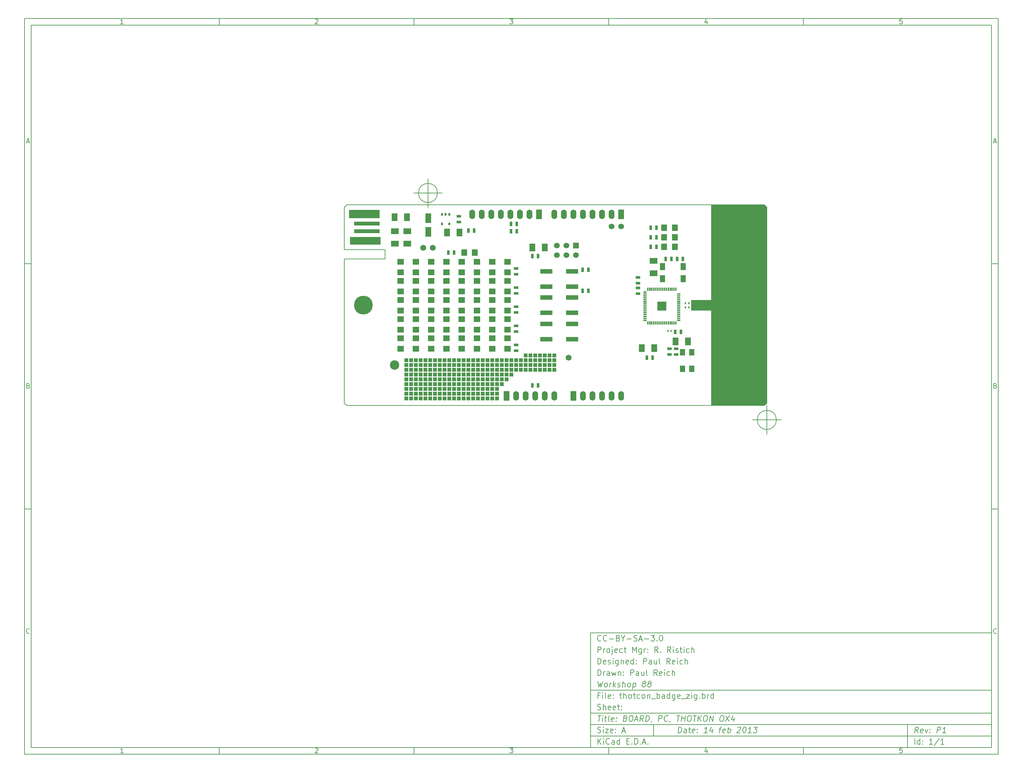
<source format=gts>
G04 (created by PCBNEW (2012-11-15 BZR 3804)-stable) date Thu 14 Feb 2013 01:13:19 CST*
%MOIN*%
G04 Gerber Fmt 3.4, Leading zero omitted, Abs format*
%FSLAX34Y34*%
G01*
G70*
G90*
G04 APERTURE LIST*
%ADD10C,0.006*%
%ADD11C,0.00590551*%
%ADD12C,0.062*%
%ADD13R,0.04X0.04*%
%ADD14R,0.063X0.1024*%
%ADD15R,0.0629X0.0709*%
%ADD16C,0.1969*%
%ADD17C,0.06*%
%ADD18R,0.06X0.1*%
%ADD19O,0.06X0.1*%
%ADD20R,0.13X0.05*%
%ADD21R,0.0551X0.0709*%
%ADD22R,0.052X0.075*%
%ADD23R,0.02X0.03*%
%ADD24R,0.06X0.08*%
%ADD25R,0.08X0.06*%
%ADD26R,0.045X0.025*%
%ADD27R,0.025X0.045*%
%ADD28R,0.0157X0.0236*%
%ADD29R,0.06X0.06*%
%ADD30R,0.0709X0.0629*%
%ADD31R,0.32X0.09*%
%ADD32R,0.27X0.04*%
%ADD33R,0.32X0.08*%
%ADD34C,0.0985*%
%ADD35R,0.0146299X0.0374*%
%ADD36R,0.0374X0.0146299*%
%ADD37R,0.0944252X0.0944252*%
%ADD38C,0.002*%
G04 APERTURE END LIST*
G54D10*
X-38750Y36250D02*
X63250Y36250D01*
X63250Y-40750D01*
X-38750Y-40750D01*
X-38750Y36250D01*
X-38050Y35550D02*
X62550Y35550D01*
X62550Y-40050D01*
X-38050Y-40050D01*
X-38050Y35550D01*
X-18350Y36250D02*
X-18350Y35550D01*
X-28407Y35697D02*
X-28692Y35697D01*
X-28550Y35697D02*
X-28550Y36197D01*
X-28597Y36126D01*
X-28645Y36078D01*
X-28692Y36054D01*
X-18350Y-40750D02*
X-18350Y-40050D01*
X-28407Y-40602D02*
X-28692Y-40602D01*
X-28550Y-40602D02*
X-28550Y-40102D01*
X-28597Y-40173D01*
X-28645Y-40221D01*
X-28692Y-40245D01*
X2050Y36250D02*
X2050Y35550D01*
X-8292Y36150D02*
X-8269Y36173D01*
X-8221Y36197D01*
X-8102Y36197D01*
X-8054Y36173D01*
X-8030Y36150D01*
X-8007Y36102D01*
X-8007Y36054D01*
X-8030Y35983D01*
X-8316Y35697D01*
X-8007Y35697D01*
X2050Y-40750D02*
X2050Y-40050D01*
X-8292Y-40150D02*
X-8269Y-40126D01*
X-8221Y-40102D01*
X-8102Y-40102D01*
X-8054Y-40126D01*
X-8030Y-40150D01*
X-8007Y-40197D01*
X-8007Y-40245D01*
X-8030Y-40316D01*
X-8316Y-40602D01*
X-8007Y-40602D01*
X22450Y36250D02*
X22450Y35550D01*
X12083Y36197D02*
X12392Y36197D01*
X12226Y36007D01*
X12297Y36007D01*
X12345Y35983D01*
X12369Y35959D01*
X12392Y35911D01*
X12392Y35792D01*
X12369Y35745D01*
X12345Y35721D01*
X12297Y35697D01*
X12154Y35697D01*
X12107Y35721D01*
X12083Y35745D01*
X22450Y-40750D02*
X22450Y-40050D01*
X12083Y-40102D02*
X12392Y-40102D01*
X12226Y-40292D01*
X12297Y-40292D01*
X12345Y-40316D01*
X12369Y-40340D01*
X12392Y-40388D01*
X12392Y-40507D01*
X12369Y-40554D01*
X12345Y-40578D01*
X12297Y-40602D01*
X12154Y-40602D01*
X12107Y-40578D01*
X12083Y-40554D01*
X42850Y36250D02*
X42850Y35550D01*
X32745Y36030D02*
X32745Y35697D01*
X32626Y36221D02*
X32507Y35864D01*
X32816Y35864D01*
X42850Y-40750D02*
X42850Y-40050D01*
X32745Y-40269D02*
X32745Y-40602D01*
X32626Y-40078D02*
X32507Y-40435D01*
X32816Y-40435D01*
X53169Y36197D02*
X52930Y36197D01*
X52907Y35959D01*
X52930Y35983D01*
X52978Y36007D01*
X53097Y36007D01*
X53145Y35983D01*
X53169Y35959D01*
X53192Y35911D01*
X53192Y35792D01*
X53169Y35745D01*
X53145Y35721D01*
X53097Y35697D01*
X52978Y35697D01*
X52930Y35721D01*
X52907Y35745D01*
X53169Y-40102D02*
X52930Y-40102D01*
X52907Y-40340D01*
X52930Y-40316D01*
X52978Y-40292D01*
X53097Y-40292D01*
X53145Y-40316D01*
X53169Y-40340D01*
X53192Y-40388D01*
X53192Y-40507D01*
X53169Y-40554D01*
X53145Y-40578D01*
X53097Y-40602D01*
X52978Y-40602D01*
X52930Y-40578D01*
X52907Y-40554D01*
X-38750Y10590D02*
X-38050Y10590D01*
X-38519Y23360D02*
X-38280Y23360D01*
X-38566Y23217D02*
X-38399Y23717D01*
X-38233Y23217D01*
X63250Y10590D02*
X62550Y10590D01*
X62780Y23360D02*
X63019Y23360D01*
X62733Y23217D02*
X62900Y23717D01*
X63066Y23217D01*
X-38750Y-15070D02*
X-38050Y-15070D01*
X-38364Y-2180D02*
X-38292Y-2204D01*
X-38269Y-2228D01*
X-38245Y-2275D01*
X-38245Y-2347D01*
X-38269Y-2394D01*
X-38292Y-2418D01*
X-38340Y-2442D01*
X-38530Y-2442D01*
X-38530Y-1942D01*
X-38364Y-1942D01*
X-38316Y-1966D01*
X-38292Y-1990D01*
X-38269Y-2037D01*
X-38269Y-2085D01*
X-38292Y-2132D01*
X-38316Y-2156D01*
X-38364Y-2180D01*
X-38530Y-2180D01*
X63250Y-15070D02*
X62550Y-15070D01*
X62935Y-2180D02*
X63007Y-2204D01*
X63030Y-2228D01*
X63054Y-2275D01*
X63054Y-2347D01*
X63030Y-2394D01*
X63007Y-2418D01*
X62959Y-2442D01*
X62769Y-2442D01*
X62769Y-1942D01*
X62935Y-1942D01*
X62983Y-1966D01*
X63007Y-1990D01*
X63030Y-2037D01*
X63030Y-2085D01*
X63007Y-2132D01*
X62983Y-2156D01*
X62935Y-2180D01*
X62769Y-2180D01*
X-38245Y-28054D02*
X-38269Y-28078D01*
X-38340Y-28102D01*
X-38388Y-28102D01*
X-38459Y-28078D01*
X-38507Y-28030D01*
X-38530Y-27983D01*
X-38554Y-27888D01*
X-38554Y-27816D01*
X-38530Y-27721D01*
X-38507Y-27673D01*
X-38459Y-27626D01*
X-38388Y-27602D01*
X-38340Y-27602D01*
X-38269Y-27626D01*
X-38245Y-27650D01*
X63054Y-28054D02*
X63030Y-28078D01*
X62959Y-28102D01*
X62911Y-28102D01*
X62840Y-28078D01*
X62792Y-28030D01*
X62769Y-27983D01*
X62745Y-27888D01*
X62745Y-27816D01*
X62769Y-27721D01*
X62792Y-27673D01*
X62840Y-27626D01*
X62911Y-27602D01*
X62959Y-27602D01*
X63030Y-27626D01*
X63054Y-27650D01*
X29700Y-38492D02*
X29775Y-37892D01*
X29917Y-37892D01*
X30000Y-37921D01*
X30050Y-37978D01*
X30071Y-38035D01*
X30085Y-38150D01*
X30075Y-38235D01*
X30032Y-38350D01*
X29996Y-38407D01*
X29932Y-38464D01*
X29842Y-38492D01*
X29700Y-38492D01*
X30557Y-38492D02*
X30596Y-38178D01*
X30575Y-38121D01*
X30521Y-38092D01*
X30407Y-38092D01*
X30346Y-38121D01*
X30560Y-38464D02*
X30500Y-38492D01*
X30357Y-38492D01*
X30303Y-38464D01*
X30282Y-38407D01*
X30289Y-38350D01*
X30325Y-38292D01*
X30385Y-38264D01*
X30528Y-38264D01*
X30589Y-38235D01*
X30807Y-38092D02*
X31035Y-38092D01*
X30917Y-37892D02*
X30853Y-38407D01*
X30875Y-38464D01*
X30928Y-38492D01*
X30985Y-38492D01*
X31417Y-38464D02*
X31357Y-38492D01*
X31242Y-38492D01*
X31189Y-38464D01*
X31167Y-38407D01*
X31196Y-38178D01*
X31232Y-38121D01*
X31292Y-38092D01*
X31407Y-38092D01*
X31460Y-38121D01*
X31482Y-38178D01*
X31475Y-38235D01*
X31182Y-38292D01*
X31707Y-38435D02*
X31732Y-38464D01*
X31700Y-38492D01*
X31675Y-38464D01*
X31707Y-38435D01*
X31700Y-38492D01*
X31746Y-38121D02*
X31771Y-38150D01*
X31739Y-38178D01*
X31714Y-38150D01*
X31746Y-38121D01*
X31739Y-38178D01*
X32757Y-38492D02*
X32414Y-38492D01*
X32585Y-38492D02*
X32660Y-37892D01*
X32592Y-37978D01*
X32528Y-38035D01*
X32467Y-38064D01*
X33321Y-38092D02*
X33271Y-38492D01*
X33207Y-37864D02*
X33010Y-38292D01*
X33382Y-38292D01*
X34007Y-38092D02*
X34235Y-38092D01*
X34042Y-38492D02*
X34107Y-37978D01*
X34142Y-37921D01*
X34203Y-37892D01*
X34260Y-37892D01*
X34617Y-38464D02*
X34557Y-38492D01*
X34442Y-38492D01*
X34389Y-38464D01*
X34367Y-38407D01*
X34396Y-38178D01*
X34432Y-38121D01*
X34492Y-38092D01*
X34607Y-38092D01*
X34660Y-38121D01*
X34682Y-38178D01*
X34675Y-38235D01*
X34382Y-38292D01*
X34900Y-38492D02*
X34975Y-37892D01*
X34946Y-38121D02*
X35007Y-38092D01*
X35121Y-38092D01*
X35175Y-38121D01*
X35200Y-38150D01*
X35221Y-38207D01*
X35200Y-38378D01*
X35164Y-38435D01*
X35132Y-38464D01*
X35071Y-38492D01*
X34957Y-38492D01*
X34903Y-38464D01*
X35939Y-37950D02*
X35971Y-37921D01*
X36032Y-37892D01*
X36175Y-37892D01*
X36228Y-37921D01*
X36253Y-37950D01*
X36275Y-38007D01*
X36267Y-38064D01*
X36228Y-38150D01*
X35842Y-38492D01*
X36214Y-38492D01*
X36660Y-37892D02*
X36717Y-37892D01*
X36771Y-37921D01*
X36796Y-37950D01*
X36817Y-38007D01*
X36832Y-38121D01*
X36814Y-38264D01*
X36771Y-38378D01*
X36735Y-38435D01*
X36703Y-38464D01*
X36642Y-38492D01*
X36585Y-38492D01*
X36532Y-38464D01*
X36507Y-38435D01*
X36485Y-38378D01*
X36471Y-38264D01*
X36489Y-38121D01*
X36532Y-38007D01*
X36567Y-37950D01*
X36600Y-37921D01*
X36660Y-37892D01*
X37357Y-38492D02*
X37014Y-38492D01*
X37185Y-38492D02*
X37260Y-37892D01*
X37192Y-37978D01*
X37128Y-38035D01*
X37067Y-38064D01*
X37632Y-37892D02*
X38003Y-37892D01*
X37775Y-38121D01*
X37860Y-38121D01*
X37914Y-38150D01*
X37939Y-38178D01*
X37960Y-38235D01*
X37942Y-38378D01*
X37907Y-38435D01*
X37875Y-38464D01*
X37814Y-38492D01*
X37642Y-38492D01*
X37589Y-38464D01*
X37564Y-38435D01*
X21292Y-39692D02*
X21292Y-39092D01*
X21635Y-39692D02*
X21378Y-39350D01*
X21635Y-39092D02*
X21292Y-39435D01*
X21892Y-39692D02*
X21892Y-39292D01*
X21892Y-39092D02*
X21864Y-39121D01*
X21892Y-39150D01*
X21921Y-39121D01*
X21892Y-39092D01*
X21892Y-39150D01*
X22521Y-39635D02*
X22492Y-39664D01*
X22407Y-39692D01*
X22350Y-39692D01*
X22264Y-39664D01*
X22207Y-39607D01*
X22178Y-39550D01*
X22150Y-39435D01*
X22150Y-39350D01*
X22178Y-39235D01*
X22207Y-39178D01*
X22264Y-39121D01*
X22350Y-39092D01*
X22407Y-39092D01*
X22492Y-39121D01*
X22521Y-39150D01*
X23035Y-39692D02*
X23035Y-39378D01*
X23007Y-39321D01*
X22950Y-39292D01*
X22835Y-39292D01*
X22778Y-39321D01*
X23035Y-39664D02*
X22978Y-39692D01*
X22835Y-39692D01*
X22778Y-39664D01*
X22750Y-39607D01*
X22750Y-39550D01*
X22778Y-39492D01*
X22835Y-39464D01*
X22978Y-39464D01*
X23035Y-39435D01*
X23578Y-39692D02*
X23578Y-39092D01*
X23578Y-39664D02*
X23521Y-39692D01*
X23407Y-39692D01*
X23350Y-39664D01*
X23321Y-39635D01*
X23292Y-39578D01*
X23292Y-39407D01*
X23321Y-39350D01*
X23350Y-39321D01*
X23407Y-39292D01*
X23521Y-39292D01*
X23578Y-39321D01*
X24321Y-39378D02*
X24521Y-39378D01*
X24607Y-39692D02*
X24321Y-39692D01*
X24321Y-39092D01*
X24607Y-39092D01*
X24864Y-39635D02*
X24892Y-39664D01*
X24864Y-39692D01*
X24835Y-39664D01*
X24864Y-39635D01*
X24864Y-39692D01*
X25149Y-39692D02*
X25149Y-39092D01*
X25292Y-39092D01*
X25378Y-39121D01*
X25435Y-39178D01*
X25464Y-39235D01*
X25492Y-39350D01*
X25492Y-39435D01*
X25464Y-39550D01*
X25435Y-39607D01*
X25378Y-39664D01*
X25292Y-39692D01*
X25149Y-39692D01*
X25749Y-39635D02*
X25778Y-39664D01*
X25749Y-39692D01*
X25721Y-39664D01*
X25749Y-39635D01*
X25749Y-39692D01*
X26007Y-39521D02*
X26292Y-39521D01*
X25949Y-39692D02*
X26149Y-39092D01*
X26349Y-39692D01*
X26549Y-39635D02*
X26578Y-39664D01*
X26549Y-39692D01*
X26521Y-39664D01*
X26549Y-39635D01*
X26549Y-39692D01*
X54842Y-38492D02*
X54678Y-38207D01*
X54500Y-38492D02*
X54575Y-37892D01*
X54803Y-37892D01*
X54857Y-37921D01*
X54882Y-37950D01*
X54903Y-38007D01*
X54892Y-38092D01*
X54857Y-38150D01*
X54825Y-38178D01*
X54764Y-38207D01*
X54535Y-38207D01*
X55332Y-38464D02*
X55271Y-38492D01*
X55157Y-38492D01*
X55103Y-38464D01*
X55082Y-38407D01*
X55110Y-38178D01*
X55146Y-38121D01*
X55207Y-38092D01*
X55321Y-38092D01*
X55375Y-38121D01*
X55396Y-38178D01*
X55389Y-38235D01*
X55096Y-38292D01*
X55607Y-38092D02*
X55700Y-38492D01*
X55892Y-38092D01*
X56078Y-38435D02*
X56103Y-38464D01*
X56071Y-38492D01*
X56046Y-38464D01*
X56078Y-38435D01*
X56071Y-38492D01*
X56117Y-38121D02*
X56142Y-38150D01*
X56110Y-38178D01*
X56085Y-38150D01*
X56117Y-38121D01*
X56110Y-38178D01*
X56814Y-38492D02*
X56889Y-37892D01*
X57117Y-37892D01*
X57171Y-37921D01*
X57196Y-37950D01*
X57217Y-38007D01*
X57207Y-38092D01*
X57171Y-38150D01*
X57139Y-38178D01*
X57078Y-38207D01*
X56850Y-38207D01*
X57728Y-38492D02*
X57385Y-38492D01*
X57557Y-38492D02*
X57632Y-37892D01*
X57564Y-37978D01*
X57500Y-38035D01*
X57439Y-38064D01*
X21264Y-38464D02*
X21350Y-38492D01*
X21492Y-38492D01*
X21550Y-38464D01*
X21578Y-38435D01*
X21607Y-38378D01*
X21607Y-38321D01*
X21578Y-38264D01*
X21550Y-38235D01*
X21492Y-38207D01*
X21378Y-38178D01*
X21321Y-38150D01*
X21292Y-38121D01*
X21264Y-38064D01*
X21264Y-38007D01*
X21292Y-37950D01*
X21321Y-37921D01*
X21378Y-37892D01*
X21521Y-37892D01*
X21607Y-37921D01*
X21864Y-38492D02*
X21864Y-38092D01*
X21864Y-37892D02*
X21835Y-37921D01*
X21864Y-37950D01*
X21892Y-37921D01*
X21864Y-37892D01*
X21864Y-37950D01*
X22092Y-38092D02*
X22407Y-38092D01*
X22092Y-38492D01*
X22407Y-38492D01*
X22864Y-38464D02*
X22807Y-38492D01*
X22692Y-38492D01*
X22635Y-38464D01*
X22607Y-38407D01*
X22607Y-38178D01*
X22635Y-38121D01*
X22692Y-38092D01*
X22807Y-38092D01*
X22864Y-38121D01*
X22892Y-38178D01*
X22892Y-38235D01*
X22607Y-38292D01*
X23150Y-38435D02*
X23178Y-38464D01*
X23150Y-38492D01*
X23121Y-38464D01*
X23150Y-38435D01*
X23150Y-38492D01*
X23150Y-38121D02*
X23178Y-38150D01*
X23150Y-38178D01*
X23121Y-38150D01*
X23150Y-38121D01*
X23150Y-38178D01*
X23864Y-38321D02*
X24150Y-38321D01*
X23807Y-38492D02*
X24007Y-37892D01*
X24207Y-38492D01*
X54492Y-39692D02*
X54492Y-39092D01*
X55035Y-39692D02*
X55035Y-39092D01*
X55035Y-39664D02*
X54978Y-39692D01*
X54864Y-39692D01*
X54807Y-39664D01*
X54778Y-39635D01*
X54750Y-39578D01*
X54750Y-39407D01*
X54778Y-39350D01*
X54807Y-39321D01*
X54864Y-39292D01*
X54978Y-39292D01*
X55035Y-39321D01*
X55321Y-39635D02*
X55350Y-39664D01*
X55321Y-39692D01*
X55292Y-39664D01*
X55321Y-39635D01*
X55321Y-39692D01*
X55321Y-39321D02*
X55350Y-39350D01*
X55321Y-39378D01*
X55292Y-39350D01*
X55321Y-39321D01*
X55321Y-39378D01*
X56378Y-39692D02*
X56035Y-39692D01*
X56207Y-39692D02*
X56207Y-39092D01*
X56149Y-39178D01*
X56092Y-39235D01*
X56035Y-39264D01*
X57064Y-39064D02*
X56550Y-39835D01*
X57578Y-39692D02*
X57235Y-39692D01*
X57407Y-39692D02*
X57407Y-39092D01*
X57349Y-39178D01*
X57292Y-39235D01*
X57235Y-39264D01*
X21289Y-36692D02*
X21632Y-36692D01*
X21385Y-37292D02*
X21460Y-36692D01*
X21757Y-37292D02*
X21807Y-36892D01*
X21832Y-36692D02*
X21800Y-36721D01*
X21825Y-36750D01*
X21857Y-36721D01*
X21832Y-36692D01*
X21825Y-36750D01*
X22007Y-36892D02*
X22235Y-36892D01*
X22117Y-36692D02*
X22053Y-37207D01*
X22075Y-37264D01*
X22128Y-37292D01*
X22185Y-37292D01*
X22471Y-37292D02*
X22417Y-37264D01*
X22396Y-37207D01*
X22460Y-36692D01*
X22932Y-37264D02*
X22871Y-37292D01*
X22757Y-37292D01*
X22703Y-37264D01*
X22682Y-37207D01*
X22710Y-36978D01*
X22746Y-36921D01*
X22807Y-36892D01*
X22921Y-36892D01*
X22975Y-36921D01*
X22996Y-36978D01*
X22989Y-37035D01*
X22696Y-37092D01*
X23221Y-37235D02*
X23246Y-37264D01*
X23214Y-37292D01*
X23189Y-37264D01*
X23221Y-37235D01*
X23214Y-37292D01*
X23260Y-36921D02*
X23285Y-36950D01*
X23253Y-36978D01*
X23228Y-36950D01*
X23260Y-36921D01*
X23253Y-36978D01*
X24196Y-36978D02*
X24278Y-37007D01*
X24303Y-37035D01*
X24325Y-37092D01*
X24314Y-37178D01*
X24278Y-37235D01*
X24246Y-37264D01*
X24185Y-37292D01*
X23957Y-37292D01*
X24032Y-36692D01*
X24232Y-36692D01*
X24285Y-36721D01*
X24310Y-36750D01*
X24332Y-36807D01*
X24325Y-36864D01*
X24289Y-36921D01*
X24257Y-36950D01*
X24196Y-36978D01*
X23996Y-36978D01*
X24746Y-36692D02*
X24860Y-36692D01*
X24914Y-36721D01*
X24964Y-36778D01*
X24978Y-36892D01*
X24953Y-37092D01*
X24910Y-37207D01*
X24846Y-37264D01*
X24785Y-37292D01*
X24671Y-37292D01*
X24617Y-37264D01*
X24567Y-37207D01*
X24553Y-37092D01*
X24578Y-36892D01*
X24621Y-36778D01*
X24685Y-36721D01*
X24746Y-36692D01*
X25178Y-37121D02*
X25464Y-37121D01*
X25100Y-37292D02*
X25375Y-36692D01*
X25500Y-37292D01*
X26042Y-37292D02*
X25878Y-37007D01*
X25700Y-37292D02*
X25775Y-36692D01*
X26003Y-36692D01*
X26057Y-36721D01*
X26082Y-36750D01*
X26103Y-36807D01*
X26092Y-36892D01*
X26057Y-36950D01*
X26025Y-36978D01*
X25964Y-37007D01*
X25735Y-37007D01*
X26300Y-37292D02*
X26375Y-36692D01*
X26517Y-36692D01*
X26600Y-36721D01*
X26650Y-36778D01*
X26671Y-36835D01*
X26685Y-36950D01*
X26675Y-37035D01*
X26632Y-37150D01*
X26596Y-37207D01*
X26532Y-37264D01*
X26442Y-37292D01*
X26300Y-37292D01*
X26932Y-37264D02*
X26928Y-37292D01*
X26892Y-37350D01*
X26860Y-37378D01*
X27642Y-37292D02*
X27717Y-36692D01*
X27946Y-36692D01*
X27999Y-36721D01*
X28025Y-36750D01*
X28046Y-36807D01*
X28035Y-36892D01*
X28000Y-36950D01*
X27967Y-36978D01*
X27907Y-37007D01*
X27678Y-37007D01*
X28592Y-37235D02*
X28560Y-37264D01*
X28471Y-37292D01*
X28414Y-37292D01*
X28332Y-37264D01*
X28282Y-37207D01*
X28260Y-37150D01*
X28246Y-37035D01*
X28257Y-36950D01*
X28300Y-36835D01*
X28335Y-36778D01*
X28399Y-36721D01*
X28489Y-36692D01*
X28546Y-36692D01*
X28628Y-36721D01*
X28653Y-36750D01*
X28875Y-37264D02*
X28871Y-37292D01*
X28835Y-37350D01*
X28803Y-37378D01*
X29575Y-36692D02*
X29917Y-36692D01*
X29671Y-37292D02*
X29746Y-36692D01*
X30042Y-37292D02*
X30117Y-36692D01*
X30082Y-36978D02*
X30425Y-36978D01*
X30385Y-37292D02*
X30460Y-36692D01*
X30860Y-36692D02*
X30975Y-36692D01*
X31028Y-36721D01*
X31078Y-36778D01*
X31092Y-36892D01*
X31067Y-37092D01*
X31024Y-37207D01*
X30960Y-37264D01*
X30900Y-37292D01*
X30785Y-37292D01*
X30732Y-37264D01*
X30682Y-37207D01*
X30667Y-37092D01*
X30692Y-36892D01*
X30735Y-36778D01*
X30799Y-36721D01*
X30860Y-36692D01*
X31289Y-36692D02*
X31632Y-36692D01*
X31385Y-37292D02*
X31460Y-36692D01*
X31757Y-37292D02*
X31832Y-36692D01*
X32099Y-37292D02*
X31885Y-36950D01*
X32174Y-36692D02*
X31789Y-37035D01*
X32546Y-36692D02*
X32660Y-36692D01*
X32714Y-36721D01*
X32764Y-36778D01*
X32778Y-36892D01*
X32753Y-37092D01*
X32710Y-37207D01*
X32646Y-37264D01*
X32585Y-37292D01*
X32471Y-37292D01*
X32417Y-37264D01*
X32367Y-37207D01*
X32353Y-37092D01*
X32378Y-36892D01*
X32421Y-36778D01*
X32485Y-36721D01*
X32546Y-36692D01*
X32985Y-37292D02*
X33060Y-36692D01*
X33328Y-37292D01*
X33403Y-36692D01*
X34260Y-36692D02*
X34374Y-36692D01*
X34428Y-36721D01*
X34478Y-36778D01*
X34492Y-36892D01*
X34467Y-37092D01*
X34424Y-37207D01*
X34360Y-37264D01*
X34299Y-37292D01*
X34185Y-37292D01*
X34132Y-37264D01*
X34082Y-37207D01*
X34067Y-37092D01*
X34092Y-36892D01*
X34135Y-36778D01*
X34199Y-36721D01*
X34260Y-36692D01*
X34717Y-36692D02*
X35042Y-37292D01*
X35117Y-36692D02*
X34642Y-37292D01*
X35578Y-36892D02*
X35528Y-37292D01*
X35464Y-36664D02*
X35267Y-37092D01*
X35639Y-37092D01*
X21492Y-34578D02*
X21292Y-34578D01*
X21292Y-34892D02*
X21292Y-34292D01*
X21578Y-34292D01*
X21807Y-34892D02*
X21807Y-34492D01*
X21807Y-34292D02*
X21778Y-34321D01*
X21807Y-34350D01*
X21835Y-34321D01*
X21807Y-34292D01*
X21807Y-34350D01*
X22178Y-34892D02*
X22121Y-34864D01*
X22092Y-34807D01*
X22092Y-34292D01*
X22635Y-34864D02*
X22578Y-34892D01*
X22464Y-34892D01*
X22407Y-34864D01*
X22378Y-34807D01*
X22378Y-34578D01*
X22407Y-34521D01*
X22464Y-34492D01*
X22578Y-34492D01*
X22635Y-34521D01*
X22664Y-34578D01*
X22664Y-34635D01*
X22378Y-34692D01*
X22921Y-34835D02*
X22950Y-34864D01*
X22921Y-34892D01*
X22892Y-34864D01*
X22921Y-34835D01*
X22921Y-34892D01*
X22921Y-34521D02*
X22950Y-34550D01*
X22921Y-34578D01*
X22892Y-34550D01*
X22921Y-34521D01*
X22921Y-34578D01*
X23578Y-34492D02*
X23807Y-34492D01*
X23664Y-34292D02*
X23664Y-34807D01*
X23692Y-34864D01*
X23750Y-34892D01*
X23807Y-34892D01*
X24007Y-34892D02*
X24007Y-34292D01*
X24264Y-34892D02*
X24264Y-34578D01*
X24235Y-34521D01*
X24178Y-34492D01*
X24092Y-34492D01*
X24035Y-34521D01*
X24007Y-34550D01*
X24635Y-34892D02*
X24578Y-34864D01*
X24550Y-34835D01*
X24521Y-34778D01*
X24521Y-34607D01*
X24550Y-34550D01*
X24578Y-34521D01*
X24635Y-34492D01*
X24721Y-34492D01*
X24778Y-34521D01*
X24807Y-34550D01*
X24835Y-34607D01*
X24835Y-34778D01*
X24807Y-34835D01*
X24778Y-34864D01*
X24721Y-34892D01*
X24635Y-34892D01*
X25007Y-34492D02*
X25235Y-34492D01*
X25092Y-34292D02*
X25092Y-34807D01*
X25121Y-34864D01*
X25178Y-34892D01*
X25235Y-34892D01*
X25692Y-34864D02*
X25635Y-34892D01*
X25521Y-34892D01*
X25464Y-34864D01*
X25435Y-34835D01*
X25407Y-34778D01*
X25407Y-34607D01*
X25435Y-34550D01*
X25464Y-34521D01*
X25521Y-34492D01*
X25635Y-34492D01*
X25692Y-34521D01*
X26035Y-34892D02*
X25978Y-34864D01*
X25950Y-34835D01*
X25921Y-34778D01*
X25921Y-34607D01*
X25950Y-34550D01*
X25978Y-34521D01*
X26035Y-34492D01*
X26121Y-34492D01*
X26178Y-34521D01*
X26207Y-34550D01*
X26235Y-34607D01*
X26235Y-34778D01*
X26207Y-34835D01*
X26178Y-34864D01*
X26121Y-34892D01*
X26035Y-34892D01*
X26492Y-34492D02*
X26492Y-34892D01*
X26492Y-34550D02*
X26521Y-34521D01*
X26578Y-34492D01*
X26664Y-34492D01*
X26721Y-34521D01*
X26750Y-34578D01*
X26750Y-34892D01*
X26892Y-34950D02*
X27350Y-34950D01*
X27492Y-34892D02*
X27492Y-34292D01*
X27492Y-34521D02*
X27550Y-34492D01*
X27664Y-34492D01*
X27721Y-34521D01*
X27750Y-34550D01*
X27778Y-34607D01*
X27778Y-34778D01*
X27750Y-34835D01*
X27721Y-34864D01*
X27664Y-34892D01*
X27550Y-34892D01*
X27492Y-34864D01*
X28292Y-34892D02*
X28292Y-34578D01*
X28264Y-34521D01*
X28207Y-34492D01*
X28092Y-34492D01*
X28035Y-34521D01*
X28292Y-34864D02*
X28235Y-34892D01*
X28092Y-34892D01*
X28035Y-34864D01*
X28007Y-34807D01*
X28007Y-34750D01*
X28035Y-34692D01*
X28092Y-34664D01*
X28235Y-34664D01*
X28292Y-34635D01*
X28835Y-34892D02*
X28835Y-34292D01*
X28835Y-34864D02*
X28778Y-34892D01*
X28664Y-34892D01*
X28607Y-34864D01*
X28578Y-34835D01*
X28550Y-34778D01*
X28550Y-34607D01*
X28578Y-34550D01*
X28607Y-34521D01*
X28664Y-34492D01*
X28778Y-34492D01*
X28835Y-34521D01*
X29378Y-34492D02*
X29378Y-34978D01*
X29350Y-35035D01*
X29321Y-35064D01*
X29264Y-35092D01*
X29178Y-35092D01*
X29121Y-35064D01*
X29378Y-34864D02*
X29321Y-34892D01*
X29207Y-34892D01*
X29150Y-34864D01*
X29121Y-34835D01*
X29092Y-34778D01*
X29092Y-34607D01*
X29121Y-34550D01*
X29150Y-34521D01*
X29207Y-34492D01*
X29321Y-34492D01*
X29378Y-34521D01*
X29892Y-34864D02*
X29835Y-34892D01*
X29721Y-34892D01*
X29664Y-34864D01*
X29635Y-34807D01*
X29635Y-34578D01*
X29664Y-34521D01*
X29721Y-34492D01*
X29835Y-34492D01*
X29892Y-34521D01*
X29921Y-34578D01*
X29921Y-34635D01*
X29635Y-34692D01*
X30035Y-34950D02*
X30492Y-34950D01*
X30578Y-34492D02*
X30892Y-34492D01*
X30578Y-34892D01*
X30892Y-34892D01*
X31121Y-34892D02*
X31121Y-34492D01*
X31121Y-34292D02*
X31092Y-34321D01*
X31121Y-34350D01*
X31150Y-34321D01*
X31121Y-34292D01*
X31121Y-34350D01*
X31664Y-34492D02*
X31664Y-34978D01*
X31635Y-35035D01*
X31607Y-35064D01*
X31549Y-35092D01*
X31464Y-35092D01*
X31407Y-35064D01*
X31664Y-34864D02*
X31607Y-34892D01*
X31492Y-34892D01*
X31435Y-34864D01*
X31407Y-34835D01*
X31378Y-34778D01*
X31378Y-34607D01*
X31407Y-34550D01*
X31435Y-34521D01*
X31492Y-34492D01*
X31607Y-34492D01*
X31664Y-34521D01*
X31949Y-34835D02*
X31978Y-34864D01*
X31949Y-34892D01*
X31921Y-34864D01*
X31949Y-34835D01*
X31949Y-34892D01*
X32235Y-34892D02*
X32235Y-34292D01*
X32235Y-34521D02*
X32292Y-34492D01*
X32407Y-34492D01*
X32464Y-34521D01*
X32492Y-34550D01*
X32521Y-34607D01*
X32521Y-34778D01*
X32492Y-34835D01*
X32464Y-34864D01*
X32407Y-34892D01*
X32292Y-34892D01*
X32235Y-34864D01*
X32778Y-34892D02*
X32778Y-34492D01*
X32778Y-34607D02*
X32807Y-34550D01*
X32835Y-34521D01*
X32892Y-34492D01*
X32949Y-34492D01*
X33407Y-34892D02*
X33407Y-34292D01*
X33407Y-34864D02*
X33349Y-34892D01*
X33235Y-34892D01*
X33178Y-34864D01*
X33149Y-34835D01*
X33121Y-34778D01*
X33121Y-34607D01*
X33149Y-34550D01*
X33178Y-34521D01*
X33235Y-34492D01*
X33349Y-34492D01*
X33407Y-34521D01*
X21264Y-36064D02*
X21350Y-36092D01*
X21492Y-36092D01*
X21550Y-36064D01*
X21578Y-36035D01*
X21607Y-35978D01*
X21607Y-35921D01*
X21578Y-35864D01*
X21550Y-35835D01*
X21492Y-35807D01*
X21378Y-35778D01*
X21321Y-35750D01*
X21292Y-35721D01*
X21264Y-35664D01*
X21264Y-35607D01*
X21292Y-35550D01*
X21321Y-35521D01*
X21378Y-35492D01*
X21521Y-35492D01*
X21607Y-35521D01*
X21864Y-36092D02*
X21864Y-35492D01*
X22121Y-36092D02*
X22121Y-35778D01*
X22092Y-35721D01*
X22035Y-35692D01*
X21950Y-35692D01*
X21892Y-35721D01*
X21864Y-35750D01*
X22635Y-36064D02*
X22578Y-36092D01*
X22464Y-36092D01*
X22407Y-36064D01*
X22378Y-36007D01*
X22378Y-35778D01*
X22407Y-35721D01*
X22464Y-35692D01*
X22578Y-35692D01*
X22635Y-35721D01*
X22664Y-35778D01*
X22664Y-35835D01*
X22378Y-35892D01*
X23150Y-36064D02*
X23092Y-36092D01*
X22978Y-36092D01*
X22921Y-36064D01*
X22892Y-36007D01*
X22892Y-35778D01*
X22921Y-35721D01*
X22978Y-35692D01*
X23092Y-35692D01*
X23150Y-35721D01*
X23178Y-35778D01*
X23178Y-35835D01*
X22892Y-35892D01*
X23350Y-35692D02*
X23578Y-35692D01*
X23435Y-35492D02*
X23435Y-36007D01*
X23464Y-36064D01*
X23521Y-36092D01*
X23578Y-36092D01*
X23778Y-36035D02*
X23807Y-36064D01*
X23778Y-36092D01*
X23750Y-36064D01*
X23778Y-36035D01*
X23778Y-36092D01*
X23778Y-35721D02*
X23807Y-35750D01*
X23778Y-35778D01*
X23750Y-35750D01*
X23778Y-35721D01*
X23778Y-35778D01*
X21317Y-33092D02*
X21385Y-33692D01*
X21553Y-33264D01*
X21614Y-33692D01*
X21832Y-33092D01*
X22071Y-33692D02*
X22017Y-33664D01*
X21992Y-33635D01*
X21971Y-33578D01*
X21992Y-33407D01*
X22028Y-33350D01*
X22060Y-33321D01*
X22121Y-33292D01*
X22207Y-33292D01*
X22260Y-33321D01*
X22285Y-33350D01*
X22307Y-33407D01*
X22285Y-33578D01*
X22250Y-33635D01*
X22217Y-33664D01*
X22157Y-33692D01*
X22071Y-33692D01*
X22528Y-33692D02*
X22578Y-33292D01*
X22564Y-33407D02*
X22600Y-33350D01*
X22632Y-33321D01*
X22692Y-33292D01*
X22750Y-33292D01*
X22900Y-33692D02*
X22975Y-33092D01*
X22985Y-33464D02*
X23128Y-33692D01*
X23178Y-33292D02*
X22921Y-33521D01*
X23360Y-33664D02*
X23414Y-33692D01*
X23528Y-33692D01*
X23589Y-33664D01*
X23625Y-33607D01*
X23628Y-33578D01*
X23607Y-33521D01*
X23553Y-33492D01*
X23467Y-33492D01*
X23414Y-33464D01*
X23392Y-33407D01*
X23396Y-33378D01*
X23432Y-33321D01*
X23492Y-33292D01*
X23578Y-33292D01*
X23632Y-33321D01*
X23871Y-33692D02*
X23946Y-33092D01*
X24128Y-33692D02*
X24167Y-33378D01*
X24146Y-33321D01*
X24092Y-33292D01*
X24007Y-33292D01*
X23946Y-33321D01*
X23914Y-33350D01*
X24499Y-33692D02*
X24446Y-33664D01*
X24421Y-33635D01*
X24400Y-33578D01*
X24421Y-33407D01*
X24457Y-33350D01*
X24489Y-33321D01*
X24549Y-33292D01*
X24635Y-33292D01*
X24689Y-33321D01*
X24714Y-33350D01*
X24735Y-33407D01*
X24714Y-33578D01*
X24678Y-33635D01*
X24646Y-33664D01*
X24585Y-33692D01*
X24499Y-33692D01*
X25007Y-33292D02*
X24932Y-33892D01*
X25003Y-33321D02*
X25064Y-33292D01*
X25178Y-33292D01*
X25232Y-33321D01*
X25257Y-33350D01*
X25278Y-33407D01*
X25257Y-33578D01*
X25221Y-33635D01*
X25189Y-33664D01*
X25128Y-33692D01*
X25014Y-33692D01*
X24960Y-33664D01*
X26085Y-33350D02*
X26032Y-33321D01*
X26007Y-33292D01*
X25985Y-33235D01*
X25989Y-33207D01*
X26024Y-33150D01*
X26057Y-33121D01*
X26117Y-33092D01*
X26232Y-33092D01*
X26285Y-33121D01*
X26310Y-33150D01*
X26332Y-33207D01*
X26328Y-33235D01*
X26292Y-33292D01*
X26260Y-33321D01*
X26199Y-33350D01*
X26085Y-33350D01*
X26025Y-33378D01*
X25992Y-33407D01*
X25957Y-33464D01*
X25942Y-33578D01*
X25964Y-33635D01*
X25989Y-33664D01*
X26042Y-33692D01*
X26157Y-33692D01*
X26217Y-33664D01*
X26249Y-33635D01*
X26285Y-33578D01*
X26299Y-33464D01*
X26278Y-33407D01*
X26253Y-33378D01*
X26199Y-33350D01*
X26657Y-33350D02*
X26603Y-33321D01*
X26578Y-33292D01*
X26557Y-33235D01*
X26560Y-33207D01*
X26596Y-33150D01*
X26628Y-33121D01*
X26689Y-33092D01*
X26803Y-33092D01*
X26857Y-33121D01*
X26882Y-33150D01*
X26903Y-33207D01*
X26900Y-33235D01*
X26864Y-33292D01*
X26832Y-33321D01*
X26771Y-33350D01*
X26657Y-33350D01*
X26596Y-33378D01*
X26564Y-33407D01*
X26528Y-33464D01*
X26514Y-33578D01*
X26535Y-33635D01*
X26560Y-33664D01*
X26614Y-33692D01*
X26728Y-33692D01*
X26789Y-33664D01*
X26821Y-33635D01*
X26857Y-33578D01*
X26871Y-33464D01*
X26849Y-33407D01*
X26825Y-33378D01*
X26771Y-33350D01*
X21292Y-32492D02*
X21292Y-31892D01*
X21435Y-31892D01*
X21521Y-31921D01*
X21578Y-31978D01*
X21607Y-32035D01*
X21635Y-32150D01*
X21635Y-32235D01*
X21607Y-32350D01*
X21578Y-32407D01*
X21521Y-32464D01*
X21435Y-32492D01*
X21292Y-32492D01*
X21892Y-32492D02*
X21892Y-32092D01*
X21892Y-32207D02*
X21921Y-32150D01*
X21950Y-32121D01*
X22007Y-32092D01*
X22064Y-32092D01*
X22521Y-32492D02*
X22521Y-32178D01*
X22492Y-32121D01*
X22435Y-32092D01*
X22321Y-32092D01*
X22264Y-32121D01*
X22521Y-32464D02*
X22464Y-32492D01*
X22321Y-32492D01*
X22264Y-32464D01*
X22235Y-32407D01*
X22235Y-32350D01*
X22264Y-32292D01*
X22321Y-32264D01*
X22464Y-32264D01*
X22521Y-32235D01*
X22750Y-32092D02*
X22864Y-32492D01*
X22978Y-32207D01*
X23092Y-32492D01*
X23207Y-32092D01*
X23435Y-32092D02*
X23435Y-32492D01*
X23435Y-32150D02*
X23464Y-32121D01*
X23521Y-32092D01*
X23607Y-32092D01*
X23664Y-32121D01*
X23692Y-32178D01*
X23692Y-32492D01*
X23978Y-32435D02*
X24007Y-32464D01*
X23978Y-32492D01*
X23950Y-32464D01*
X23978Y-32435D01*
X23978Y-32492D01*
X23978Y-32121D02*
X24007Y-32150D01*
X23978Y-32178D01*
X23950Y-32150D01*
X23978Y-32121D01*
X23978Y-32178D01*
X24721Y-32492D02*
X24721Y-31892D01*
X24950Y-31892D01*
X25007Y-31921D01*
X25035Y-31950D01*
X25064Y-32007D01*
X25064Y-32092D01*
X25035Y-32150D01*
X25007Y-32178D01*
X24950Y-32207D01*
X24721Y-32207D01*
X25578Y-32492D02*
X25578Y-32178D01*
X25550Y-32121D01*
X25492Y-32092D01*
X25378Y-32092D01*
X25321Y-32121D01*
X25578Y-32464D02*
X25521Y-32492D01*
X25378Y-32492D01*
X25321Y-32464D01*
X25292Y-32407D01*
X25292Y-32350D01*
X25321Y-32292D01*
X25378Y-32264D01*
X25521Y-32264D01*
X25578Y-32235D01*
X26121Y-32092D02*
X26121Y-32492D01*
X25864Y-32092D02*
X25864Y-32407D01*
X25892Y-32464D01*
X25949Y-32492D01*
X26035Y-32492D01*
X26092Y-32464D01*
X26121Y-32435D01*
X26492Y-32492D02*
X26435Y-32464D01*
X26407Y-32407D01*
X26407Y-31892D01*
X27521Y-32492D02*
X27321Y-32207D01*
X27178Y-32492D02*
X27178Y-31892D01*
X27407Y-31892D01*
X27464Y-31921D01*
X27492Y-31950D01*
X27521Y-32007D01*
X27521Y-32092D01*
X27492Y-32150D01*
X27464Y-32178D01*
X27407Y-32207D01*
X27178Y-32207D01*
X28007Y-32464D02*
X27950Y-32492D01*
X27835Y-32492D01*
X27778Y-32464D01*
X27750Y-32407D01*
X27750Y-32178D01*
X27778Y-32121D01*
X27835Y-32092D01*
X27950Y-32092D01*
X28007Y-32121D01*
X28035Y-32178D01*
X28035Y-32235D01*
X27750Y-32292D01*
X28292Y-32492D02*
X28292Y-32092D01*
X28292Y-31892D02*
X28264Y-31921D01*
X28292Y-31950D01*
X28321Y-31921D01*
X28292Y-31892D01*
X28292Y-31950D01*
X28835Y-32464D02*
X28778Y-32492D01*
X28664Y-32492D01*
X28607Y-32464D01*
X28578Y-32435D01*
X28550Y-32378D01*
X28550Y-32207D01*
X28578Y-32150D01*
X28607Y-32121D01*
X28664Y-32092D01*
X28778Y-32092D01*
X28835Y-32121D01*
X29092Y-32492D02*
X29092Y-31892D01*
X29350Y-32492D02*
X29350Y-32178D01*
X29321Y-32121D01*
X29264Y-32092D01*
X29178Y-32092D01*
X29121Y-32121D01*
X29092Y-32150D01*
X21292Y-31292D02*
X21292Y-30692D01*
X21435Y-30692D01*
X21521Y-30721D01*
X21578Y-30778D01*
X21607Y-30835D01*
X21635Y-30950D01*
X21635Y-31035D01*
X21607Y-31150D01*
X21578Y-31207D01*
X21521Y-31264D01*
X21435Y-31292D01*
X21292Y-31292D01*
X22121Y-31264D02*
X22064Y-31292D01*
X21950Y-31292D01*
X21892Y-31264D01*
X21864Y-31207D01*
X21864Y-30978D01*
X21892Y-30921D01*
X21950Y-30892D01*
X22064Y-30892D01*
X22121Y-30921D01*
X22150Y-30978D01*
X22150Y-31035D01*
X21864Y-31092D01*
X22378Y-31264D02*
X22435Y-31292D01*
X22550Y-31292D01*
X22607Y-31264D01*
X22635Y-31207D01*
X22635Y-31178D01*
X22607Y-31121D01*
X22550Y-31092D01*
X22464Y-31092D01*
X22407Y-31064D01*
X22378Y-31007D01*
X22378Y-30978D01*
X22407Y-30921D01*
X22464Y-30892D01*
X22550Y-30892D01*
X22607Y-30921D01*
X22892Y-31292D02*
X22892Y-30892D01*
X22892Y-30692D02*
X22864Y-30721D01*
X22892Y-30750D01*
X22921Y-30721D01*
X22892Y-30692D01*
X22892Y-30750D01*
X23435Y-30892D02*
X23435Y-31378D01*
X23407Y-31435D01*
X23378Y-31464D01*
X23321Y-31492D01*
X23235Y-31492D01*
X23178Y-31464D01*
X23435Y-31264D02*
X23378Y-31292D01*
X23264Y-31292D01*
X23207Y-31264D01*
X23178Y-31235D01*
X23150Y-31178D01*
X23150Y-31007D01*
X23178Y-30950D01*
X23207Y-30921D01*
X23264Y-30892D01*
X23378Y-30892D01*
X23435Y-30921D01*
X23721Y-30892D02*
X23721Y-31292D01*
X23721Y-30950D02*
X23750Y-30921D01*
X23807Y-30892D01*
X23892Y-30892D01*
X23950Y-30921D01*
X23978Y-30978D01*
X23978Y-31292D01*
X24492Y-31264D02*
X24435Y-31292D01*
X24321Y-31292D01*
X24264Y-31264D01*
X24235Y-31207D01*
X24235Y-30978D01*
X24264Y-30921D01*
X24321Y-30892D01*
X24435Y-30892D01*
X24492Y-30921D01*
X24521Y-30978D01*
X24521Y-31035D01*
X24235Y-31092D01*
X25035Y-31292D02*
X25035Y-30692D01*
X25035Y-31264D02*
X24978Y-31292D01*
X24864Y-31292D01*
X24807Y-31264D01*
X24778Y-31235D01*
X24750Y-31178D01*
X24750Y-31007D01*
X24778Y-30950D01*
X24807Y-30921D01*
X24864Y-30892D01*
X24978Y-30892D01*
X25035Y-30921D01*
X25321Y-31235D02*
X25350Y-31264D01*
X25321Y-31292D01*
X25292Y-31264D01*
X25321Y-31235D01*
X25321Y-31292D01*
X25321Y-30921D02*
X25350Y-30950D01*
X25321Y-30978D01*
X25292Y-30950D01*
X25321Y-30921D01*
X25321Y-30978D01*
X26064Y-31292D02*
X26064Y-30692D01*
X26292Y-30692D01*
X26349Y-30721D01*
X26378Y-30750D01*
X26407Y-30807D01*
X26407Y-30892D01*
X26378Y-30950D01*
X26349Y-30978D01*
X26292Y-31007D01*
X26064Y-31007D01*
X26921Y-31292D02*
X26921Y-30978D01*
X26892Y-30921D01*
X26835Y-30892D01*
X26721Y-30892D01*
X26664Y-30921D01*
X26921Y-31264D02*
X26864Y-31292D01*
X26721Y-31292D01*
X26664Y-31264D01*
X26635Y-31207D01*
X26635Y-31150D01*
X26664Y-31092D01*
X26721Y-31064D01*
X26864Y-31064D01*
X26921Y-31035D01*
X27464Y-30892D02*
X27464Y-31292D01*
X27207Y-30892D02*
X27207Y-31207D01*
X27235Y-31264D01*
X27292Y-31292D01*
X27378Y-31292D01*
X27435Y-31264D01*
X27464Y-31235D01*
X27835Y-31292D02*
X27778Y-31264D01*
X27749Y-31207D01*
X27749Y-30692D01*
X28864Y-31292D02*
X28664Y-31007D01*
X28521Y-31292D02*
X28521Y-30692D01*
X28750Y-30692D01*
X28807Y-30721D01*
X28835Y-30750D01*
X28864Y-30807D01*
X28864Y-30892D01*
X28835Y-30950D01*
X28807Y-30978D01*
X28750Y-31007D01*
X28521Y-31007D01*
X29350Y-31264D02*
X29292Y-31292D01*
X29178Y-31292D01*
X29121Y-31264D01*
X29092Y-31207D01*
X29092Y-30978D01*
X29121Y-30921D01*
X29178Y-30892D01*
X29292Y-30892D01*
X29350Y-30921D01*
X29378Y-30978D01*
X29378Y-31035D01*
X29092Y-31092D01*
X29635Y-31292D02*
X29635Y-30892D01*
X29635Y-30692D02*
X29607Y-30721D01*
X29635Y-30750D01*
X29664Y-30721D01*
X29635Y-30692D01*
X29635Y-30750D01*
X30178Y-31264D02*
X30121Y-31292D01*
X30007Y-31292D01*
X29950Y-31264D01*
X29921Y-31235D01*
X29892Y-31178D01*
X29892Y-31007D01*
X29921Y-30950D01*
X29950Y-30921D01*
X30007Y-30892D01*
X30121Y-30892D01*
X30178Y-30921D01*
X30435Y-31292D02*
X30435Y-30692D01*
X30692Y-31292D02*
X30692Y-30978D01*
X30664Y-30921D01*
X30607Y-30892D01*
X30521Y-30892D01*
X30464Y-30921D01*
X30435Y-30950D01*
X21292Y-30092D02*
X21292Y-29492D01*
X21521Y-29492D01*
X21578Y-29521D01*
X21607Y-29550D01*
X21635Y-29607D01*
X21635Y-29692D01*
X21607Y-29750D01*
X21578Y-29778D01*
X21521Y-29807D01*
X21292Y-29807D01*
X21892Y-30092D02*
X21892Y-29692D01*
X21892Y-29807D02*
X21921Y-29750D01*
X21950Y-29721D01*
X22007Y-29692D01*
X22064Y-29692D01*
X22350Y-30092D02*
X22292Y-30064D01*
X22264Y-30035D01*
X22235Y-29978D01*
X22235Y-29807D01*
X22264Y-29750D01*
X22292Y-29721D01*
X22350Y-29692D01*
X22435Y-29692D01*
X22492Y-29721D01*
X22521Y-29750D01*
X22550Y-29807D01*
X22550Y-29978D01*
X22521Y-30035D01*
X22492Y-30064D01*
X22435Y-30092D01*
X22350Y-30092D01*
X22807Y-29692D02*
X22807Y-30207D01*
X22778Y-30264D01*
X22721Y-30292D01*
X22692Y-30292D01*
X22807Y-29492D02*
X22778Y-29521D01*
X22807Y-29550D01*
X22835Y-29521D01*
X22807Y-29492D01*
X22807Y-29550D01*
X23321Y-30064D02*
X23264Y-30092D01*
X23150Y-30092D01*
X23092Y-30064D01*
X23064Y-30007D01*
X23064Y-29778D01*
X23092Y-29721D01*
X23150Y-29692D01*
X23264Y-29692D01*
X23321Y-29721D01*
X23350Y-29778D01*
X23350Y-29835D01*
X23064Y-29892D01*
X23864Y-30064D02*
X23807Y-30092D01*
X23692Y-30092D01*
X23635Y-30064D01*
X23607Y-30035D01*
X23578Y-29978D01*
X23578Y-29807D01*
X23607Y-29750D01*
X23635Y-29721D01*
X23692Y-29692D01*
X23807Y-29692D01*
X23864Y-29721D01*
X24035Y-29692D02*
X24264Y-29692D01*
X24121Y-29492D02*
X24121Y-30007D01*
X24150Y-30064D01*
X24207Y-30092D01*
X24264Y-30092D01*
X24921Y-30092D02*
X24921Y-29492D01*
X25121Y-29921D01*
X25321Y-29492D01*
X25321Y-30092D01*
X25864Y-29692D02*
X25864Y-30178D01*
X25835Y-30235D01*
X25807Y-30264D01*
X25750Y-30292D01*
X25664Y-30292D01*
X25607Y-30264D01*
X25864Y-30064D02*
X25807Y-30092D01*
X25692Y-30092D01*
X25635Y-30064D01*
X25607Y-30035D01*
X25578Y-29978D01*
X25578Y-29807D01*
X25607Y-29750D01*
X25635Y-29721D01*
X25692Y-29692D01*
X25807Y-29692D01*
X25864Y-29721D01*
X26150Y-30092D02*
X26150Y-29692D01*
X26150Y-29807D02*
X26178Y-29750D01*
X26207Y-29721D01*
X26264Y-29692D01*
X26321Y-29692D01*
X26521Y-30035D02*
X26550Y-30064D01*
X26521Y-30092D01*
X26492Y-30064D01*
X26521Y-30035D01*
X26521Y-30092D01*
X26521Y-29721D02*
X26550Y-29750D01*
X26521Y-29778D01*
X26492Y-29750D01*
X26521Y-29721D01*
X26521Y-29778D01*
X27607Y-30092D02*
X27407Y-29807D01*
X27264Y-30092D02*
X27264Y-29492D01*
X27492Y-29492D01*
X27550Y-29521D01*
X27578Y-29550D01*
X27607Y-29607D01*
X27607Y-29692D01*
X27578Y-29750D01*
X27550Y-29778D01*
X27492Y-29807D01*
X27264Y-29807D01*
X27864Y-30035D02*
X27892Y-30064D01*
X27864Y-30092D01*
X27835Y-30064D01*
X27864Y-30035D01*
X27864Y-30092D01*
X28950Y-30092D02*
X28750Y-29807D01*
X28607Y-30092D02*
X28607Y-29492D01*
X28835Y-29492D01*
X28892Y-29521D01*
X28921Y-29550D01*
X28950Y-29607D01*
X28950Y-29692D01*
X28921Y-29750D01*
X28892Y-29778D01*
X28835Y-29807D01*
X28607Y-29807D01*
X29207Y-30092D02*
X29207Y-29692D01*
X29207Y-29492D02*
X29178Y-29521D01*
X29207Y-29550D01*
X29235Y-29521D01*
X29207Y-29492D01*
X29207Y-29550D01*
X29464Y-30064D02*
X29521Y-30092D01*
X29635Y-30092D01*
X29692Y-30064D01*
X29721Y-30007D01*
X29721Y-29978D01*
X29692Y-29921D01*
X29635Y-29892D01*
X29550Y-29892D01*
X29492Y-29864D01*
X29464Y-29807D01*
X29464Y-29778D01*
X29492Y-29721D01*
X29550Y-29692D01*
X29635Y-29692D01*
X29692Y-29721D01*
X29892Y-29692D02*
X30121Y-29692D01*
X29978Y-29492D02*
X29978Y-30007D01*
X30007Y-30064D01*
X30064Y-30092D01*
X30121Y-30092D01*
X30321Y-30092D02*
X30321Y-29692D01*
X30321Y-29492D02*
X30292Y-29521D01*
X30321Y-29550D01*
X30350Y-29521D01*
X30321Y-29492D01*
X30321Y-29550D01*
X30864Y-30064D02*
X30807Y-30092D01*
X30692Y-30092D01*
X30635Y-30064D01*
X30607Y-30035D01*
X30578Y-29978D01*
X30578Y-29807D01*
X30607Y-29750D01*
X30635Y-29721D01*
X30692Y-29692D01*
X30807Y-29692D01*
X30864Y-29721D01*
X31121Y-30092D02*
X31121Y-29492D01*
X31378Y-30092D02*
X31378Y-29778D01*
X31350Y-29721D01*
X31292Y-29692D01*
X31207Y-29692D01*
X31150Y-29721D01*
X31121Y-29750D01*
X21635Y-28835D02*
X21607Y-28864D01*
X21521Y-28892D01*
X21464Y-28892D01*
X21378Y-28864D01*
X21321Y-28807D01*
X21292Y-28750D01*
X21264Y-28635D01*
X21264Y-28550D01*
X21292Y-28435D01*
X21321Y-28378D01*
X21378Y-28321D01*
X21464Y-28292D01*
X21521Y-28292D01*
X21607Y-28321D01*
X21635Y-28350D01*
X22235Y-28835D02*
X22207Y-28864D01*
X22121Y-28892D01*
X22064Y-28892D01*
X21978Y-28864D01*
X21921Y-28807D01*
X21892Y-28750D01*
X21864Y-28635D01*
X21864Y-28550D01*
X21892Y-28435D01*
X21921Y-28378D01*
X21978Y-28321D01*
X22064Y-28292D01*
X22121Y-28292D01*
X22207Y-28321D01*
X22235Y-28350D01*
X22492Y-28664D02*
X22950Y-28664D01*
X23435Y-28578D02*
X23521Y-28607D01*
X23550Y-28635D01*
X23578Y-28692D01*
X23578Y-28778D01*
X23550Y-28835D01*
X23521Y-28864D01*
X23464Y-28892D01*
X23235Y-28892D01*
X23235Y-28292D01*
X23435Y-28292D01*
X23492Y-28321D01*
X23521Y-28350D01*
X23550Y-28407D01*
X23550Y-28464D01*
X23521Y-28521D01*
X23492Y-28550D01*
X23435Y-28578D01*
X23235Y-28578D01*
X23950Y-28607D02*
X23950Y-28892D01*
X23750Y-28292D02*
X23950Y-28607D01*
X24150Y-28292D01*
X24350Y-28664D02*
X24807Y-28664D01*
X25064Y-28864D02*
X25150Y-28892D01*
X25292Y-28892D01*
X25350Y-28864D01*
X25378Y-28835D01*
X25407Y-28778D01*
X25407Y-28721D01*
X25378Y-28664D01*
X25350Y-28635D01*
X25292Y-28607D01*
X25178Y-28578D01*
X25121Y-28550D01*
X25092Y-28521D01*
X25064Y-28464D01*
X25064Y-28407D01*
X25092Y-28350D01*
X25121Y-28321D01*
X25178Y-28292D01*
X25321Y-28292D01*
X25407Y-28321D01*
X25635Y-28721D02*
X25921Y-28721D01*
X25578Y-28892D02*
X25778Y-28292D01*
X25978Y-28892D01*
X26178Y-28664D02*
X26635Y-28664D01*
X26864Y-28292D02*
X27235Y-28292D01*
X27035Y-28521D01*
X27121Y-28521D01*
X27178Y-28550D01*
X27207Y-28578D01*
X27235Y-28635D01*
X27235Y-28778D01*
X27207Y-28835D01*
X27178Y-28864D01*
X27121Y-28892D01*
X26950Y-28892D01*
X26892Y-28864D01*
X26864Y-28835D01*
X27492Y-28835D02*
X27521Y-28864D01*
X27492Y-28892D01*
X27464Y-28864D01*
X27492Y-28835D01*
X27492Y-28892D01*
X27892Y-28292D02*
X27950Y-28292D01*
X28007Y-28321D01*
X28035Y-28350D01*
X28064Y-28407D01*
X28092Y-28521D01*
X28092Y-28664D01*
X28064Y-28778D01*
X28035Y-28835D01*
X28007Y-28864D01*
X27950Y-28892D01*
X27892Y-28892D01*
X27835Y-28864D01*
X27807Y-28835D01*
X27778Y-28778D01*
X27750Y-28664D01*
X27750Y-28521D01*
X27778Y-28407D01*
X27807Y-28350D01*
X27835Y-28321D01*
X27892Y-28292D01*
X20550Y-28050D02*
X20550Y-40050D01*
X20550Y-34050D02*
X62550Y-34050D01*
X20550Y-28050D02*
X62550Y-28050D01*
X20550Y-36450D02*
X62550Y-36450D01*
X53750Y-37650D02*
X53750Y-40050D01*
X20550Y-38850D02*
X62550Y-38850D01*
X20550Y-37650D02*
X62550Y-37650D01*
X27150Y-37650D02*
X27150Y-38850D01*
X4500Y18000D02*
G75*
G03X4500Y18000I-1000J0D01*
G74*
G01*
X2000Y18000D02*
X5000Y18000D01*
X3500Y19500D02*
X3500Y16500D01*
X40000Y-5750D02*
G75*
G03X40000Y-5750I-1000J0D01*
G74*
G01*
X37500Y-5750D02*
X40500Y-5750D01*
X39000Y-4250D02*
X39000Y-7250D01*
X39000Y16500D02*
X38750Y16750D01*
X38750Y-4250D02*
X39000Y-4000D01*
X-5000Y-4250D02*
X-5250Y-4000D01*
X-5250Y16500D02*
X-5000Y16750D01*
X-5250Y11100D02*
X-5250Y-4000D01*
X-5250Y16500D02*
X-5250Y12050D01*
X-1000Y11100D02*
X-5250Y11100D01*
X-1000Y12050D02*
X-1000Y11100D01*
X-5250Y12050D02*
X-1000Y12050D01*
G54D11*
X38750Y16750D02*
X-5000Y16750D01*
G54D10*
X39000Y-4000D02*
X39000Y16500D01*
G54D11*
X-5000Y-4250D02*
X38750Y-4250D01*
G54D12*
X18250Y750D03*
G54D13*
X10250Y-3000D03*
X10750Y-3000D03*
X9750Y-3000D03*
X9250Y-3000D03*
X6250Y-3000D03*
X6750Y-3000D03*
X5750Y-3000D03*
X5250Y-3000D03*
X7250Y-3000D03*
X7750Y-3000D03*
X8750Y-3000D03*
X8250Y-3000D03*
X4250Y-3000D03*
X4750Y-3000D03*
X3750Y-3000D03*
X3250Y-3000D03*
X1250Y-3000D03*
X1750Y-3000D03*
X2750Y-3000D03*
X2250Y-3000D03*
G54D14*
X3550Y15359D03*
X3550Y13941D03*
G54D15*
X28241Y12350D03*
X29359Y12350D03*
G54D16*
X-3250Y6250D03*
G54D17*
X23750Y14500D03*
X22750Y14500D03*
G54D12*
X4000Y12250D03*
X3000Y12250D03*
G54D18*
X15150Y15750D03*
G54D19*
X14150Y15750D03*
X13150Y15750D03*
X12150Y15750D03*
X11150Y15750D03*
X10150Y15750D03*
X9150Y15750D03*
X8150Y15750D03*
G54D20*
X18600Y2700D03*
X15900Y4300D03*
X18600Y4300D03*
X15900Y2700D03*
X18600Y8200D03*
X15900Y9800D03*
X18600Y9800D03*
X15900Y8200D03*
X18600Y5450D03*
X15900Y7050D03*
X18600Y7050D03*
X15900Y5450D03*
G54D21*
X31122Y-416D03*
X31122Y1316D03*
X30178Y1316D03*
X30178Y-416D03*
G54D22*
X30230Y10280D03*
X28070Y10280D03*
X28070Y9020D03*
X30230Y9020D03*
G54D18*
X23750Y15750D03*
G54D19*
X22750Y15750D03*
X21750Y15750D03*
X20750Y15750D03*
X19750Y15750D03*
X18750Y15750D03*
X17750Y15750D03*
X16750Y15750D03*
G54D23*
X5725Y15750D03*
X4975Y15750D03*
X5725Y14750D03*
X5350Y15750D03*
X4975Y14750D03*
G54D24*
X15750Y12300D03*
X14450Y12300D03*
X0Y15450D03*
X1300Y15450D03*
X25900Y1750D03*
X27200Y1750D03*
G54D25*
X27150Y9600D03*
X27150Y10900D03*
G54D24*
X6800Y13850D03*
X5500Y13850D03*
G54D25*
X50Y14000D03*
X50Y12700D03*
X1350Y14000D03*
X1350Y12700D03*
G54D26*
X29500Y1100D03*
X29500Y1700D03*
G54D27*
X29400Y3450D03*
X30000Y3450D03*
G54D26*
X6750Y14950D03*
X6750Y15550D03*
G54D27*
X28400Y11100D03*
X29000Y11100D03*
G54D26*
X28800Y1100D03*
X28800Y1700D03*
G54D27*
X30200Y11100D03*
X29600Y11100D03*
G54D26*
X25500Y7450D03*
X25500Y8050D03*
G54D27*
X26850Y14350D03*
X27450Y14350D03*
X27050Y750D03*
X26450Y750D03*
X19700Y7750D03*
X20300Y7750D03*
X5650Y11750D03*
X6250Y11750D03*
G54D26*
X12750Y2100D03*
X12750Y1500D03*
G54D27*
X7750Y14050D03*
X8350Y14050D03*
X19700Y9950D03*
X20300Y9950D03*
X14450Y11400D03*
X15050Y11400D03*
G54D26*
X25500Y8550D03*
X25500Y9150D03*
X12750Y8100D03*
X12750Y7500D03*
G54D27*
X12800Y14750D03*
X12200Y14750D03*
X12800Y14000D03*
X12200Y14000D03*
G54D26*
X12750Y4100D03*
X12750Y3500D03*
G54D27*
X15050Y-2150D03*
X14450Y-2150D03*
G54D26*
X12750Y6100D03*
X12750Y5500D03*
G54D27*
X26850Y12350D03*
X27450Y12350D03*
X26850Y13350D03*
X27450Y13350D03*
G54D26*
X12750Y10100D03*
X12750Y9500D03*
G54D28*
X30473Y6475D03*
X30827Y6475D03*
X28977Y3550D03*
X28623Y3550D03*
X30473Y6025D03*
X30827Y6025D03*
G54D18*
X11750Y-3250D03*
G54D19*
X12750Y-3250D03*
X13750Y-3250D03*
X14750Y-3250D03*
X15750Y-3250D03*
X16750Y-3250D03*
G54D18*
X18750Y-3250D03*
G54D19*
X19750Y-3250D03*
X20750Y-3250D03*
X21750Y-3250D03*
X22750Y-3250D03*
X23750Y-3250D03*
G54D29*
X19000Y12500D03*
G54D17*
X19000Y11500D03*
X18000Y12500D03*
X18000Y11500D03*
X17000Y12500D03*
X17000Y11500D03*
G54D24*
X30750Y2450D03*
X29450Y2450D03*
G54D30*
X7050Y7691D03*
X7050Y8809D03*
X7050Y9691D03*
X7050Y10809D03*
X8650Y1691D03*
X8650Y2809D03*
X8650Y3691D03*
X8650Y4809D03*
X8650Y5691D03*
X8650Y6809D03*
X8650Y7691D03*
X8650Y8809D03*
X8650Y9691D03*
X8650Y10809D03*
X10250Y1691D03*
X10250Y2809D03*
X10250Y7691D03*
X10250Y8809D03*
X10250Y9691D03*
X10250Y10809D03*
X11850Y1691D03*
X11850Y2809D03*
X11850Y3691D03*
X11850Y4809D03*
X11850Y5691D03*
X11850Y6809D03*
X11850Y7691D03*
X11850Y8809D03*
X5450Y3691D03*
X5450Y4809D03*
X10250Y3691D03*
X10250Y4809D03*
X10250Y5691D03*
X10250Y6809D03*
X650Y1691D03*
X650Y2809D03*
X650Y3691D03*
X650Y4809D03*
X650Y5691D03*
X650Y6809D03*
X650Y7691D03*
X650Y8809D03*
X650Y9691D03*
X650Y10809D03*
X2250Y1691D03*
X2250Y2809D03*
X2250Y3691D03*
X2250Y4809D03*
X2250Y5691D03*
X2250Y6809D03*
X2250Y7691D03*
X2250Y8809D03*
X2250Y9691D03*
X2250Y10809D03*
X7050Y5691D03*
X7050Y6809D03*
X3850Y3691D03*
X3850Y4809D03*
X3850Y5691D03*
X3850Y6809D03*
X3850Y7691D03*
X3850Y8809D03*
X3850Y9691D03*
X3850Y10809D03*
X5450Y1691D03*
X5450Y2809D03*
X5450Y5691D03*
X5450Y6809D03*
X5450Y7691D03*
X5450Y8809D03*
X5450Y9691D03*
X5450Y10809D03*
X7050Y1691D03*
X7050Y2809D03*
X7050Y3691D03*
X7050Y4809D03*
X3850Y1691D03*
X3850Y2809D03*
G54D15*
X7291Y11750D03*
X8409Y11750D03*
G54D30*
X11850Y9691D03*
X11850Y10809D03*
G54D15*
X28241Y13350D03*
X29359Y13350D03*
X28241Y14350D03*
X29359Y14350D03*
G54D31*
X-3150Y15800D03*
G54D32*
X-2900Y14800D03*
X-2900Y14000D03*
G54D33*
X-3050Y13000D03*
G54D34*
X0Y0D03*
G54D13*
X2250Y-3500D03*
X2250Y-2500D03*
X2250Y-2000D03*
X2250Y-1500D03*
X2250Y-1000D03*
X2250Y-500D03*
X2250Y0D03*
X2250Y500D03*
X2750Y500D03*
X2750Y0D03*
X2750Y-500D03*
X2750Y-1000D03*
X2750Y-1500D03*
X2750Y-2000D03*
X2750Y-2500D03*
X2750Y-3500D03*
X1750Y-3500D03*
X1750Y-2500D03*
X1750Y-2000D03*
X1750Y-1500D03*
X1750Y-1000D03*
X1750Y-500D03*
X1750Y0D03*
X1750Y500D03*
X1250Y500D03*
X1250Y0D03*
X1250Y-1000D03*
X1250Y-1500D03*
X1250Y-2000D03*
X1250Y-2500D03*
X1250Y-3500D03*
X3250Y-3500D03*
X3250Y-2500D03*
X3250Y-2000D03*
X3250Y-1500D03*
X3250Y-1000D03*
X3250Y-500D03*
X3250Y0D03*
X3250Y500D03*
X3750Y500D03*
X3750Y0D03*
X3750Y-500D03*
X3750Y-1000D03*
X3750Y-1500D03*
X3750Y-2000D03*
X3750Y-2500D03*
X3750Y-3500D03*
X4750Y-3500D03*
X4750Y-2500D03*
X4750Y-2000D03*
X4750Y-1500D03*
X4750Y-1000D03*
X4750Y-500D03*
X4750Y0D03*
X4750Y500D03*
X4250Y500D03*
X4250Y0D03*
X4250Y-500D03*
X4250Y-1000D03*
X4250Y-1500D03*
X4250Y-2000D03*
X4250Y-2500D03*
X4250Y-3500D03*
X8250Y-3500D03*
X8250Y-2500D03*
X8250Y-2000D03*
X8250Y-1500D03*
X8250Y-1000D03*
X8250Y-500D03*
X8250Y0D03*
X8250Y500D03*
X8750Y500D03*
X8750Y0D03*
X8750Y-500D03*
X8750Y-1000D03*
X8750Y-1500D03*
X8750Y-2000D03*
X8750Y-2500D03*
X8750Y-3500D03*
X7750Y-3500D03*
X7750Y-2500D03*
X7750Y-2000D03*
X7750Y-1500D03*
X7750Y-1000D03*
X7750Y-500D03*
X7750Y0D03*
X7750Y500D03*
X7250Y500D03*
X7250Y0D03*
X7250Y-500D03*
X7250Y-1000D03*
X7250Y-1500D03*
X7250Y-2000D03*
X7250Y-2500D03*
X7250Y-3500D03*
X5250Y-3500D03*
X5250Y-2500D03*
X5250Y-2000D03*
X5250Y-1500D03*
X5250Y-1000D03*
X5250Y-500D03*
X5250Y0D03*
X5250Y500D03*
X5750Y500D03*
X5750Y0D03*
X5750Y-500D03*
X5750Y-1000D03*
X5750Y-1500D03*
X5750Y-2000D03*
X5750Y-2500D03*
X5750Y-3500D03*
X6750Y-3500D03*
X6750Y-2500D03*
X6750Y-2000D03*
X6750Y-1500D03*
X6750Y-1000D03*
X6750Y-500D03*
X6750Y0D03*
X6750Y500D03*
X6250Y500D03*
X6250Y0D03*
X6250Y-500D03*
X6250Y-1000D03*
X6250Y-1500D03*
X6250Y-2000D03*
X6250Y-2500D03*
X6250Y-3500D03*
X9250Y-3500D03*
X9250Y-2500D03*
X9250Y-2000D03*
X9250Y-1500D03*
X9250Y-1000D03*
X9250Y-500D03*
X9250Y0D03*
X9250Y500D03*
X9750Y500D03*
X9750Y0D03*
X9750Y-500D03*
X9750Y-1000D03*
X9750Y-1500D03*
X9750Y-2000D03*
X9750Y-2500D03*
X9750Y-3500D03*
X10750Y-3500D03*
X10750Y-2500D03*
X10750Y-2000D03*
X10750Y-1500D03*
X10750Y-1000D03*
X10750Y-500D03*
X10750Y0D03*
X10750Y500D03*
X10250Y500D03*
X10250Y0D03*
X10250Y-500D03*
X10250Y-1000D03*
X10250Y-1500D03*
X10250Y-2000D03*
X10250Y-2500D03*
X10250Y-3500D03*
X14250Y0D03*
X14250Y500D03*
X14750Y500D03*
X14750Y0D03*
X13750Y0D03*
X13750Y500D03*
X13250Y500D03*
X13250Y0D03*
X11250Y0D03*
X11250Y500D03*
X11750Y500D03*
X11750Y0D03*
X12750Y0D03*
X12750Y500D03*
X12250Y500D03*
X12250Y0D03*
X12250Y-500D03*
X12750Y-500D03*
X11750Y-500D03*
X11250Y-500D03*
X13250Y-500D03*
X13750Y-500D03*
X14750Y-500D03*
X14250Y-500D03*
X16250Y-500D03*
X16750Y-500D03*
X15750Y-500D03*
X15250Y-500D03*
X15250Y0D03*
X15250Y500D03*
X15750Y500D03*
X15750Y0D03*
X16750Y0D03*
X16750Y1000D03*
X16250Y500D03*
X16250Y0D03*
X11250Y-1000D03*
X11750Y-1000D03*
X11250Y-1500D03*
X11750Y-1500D03*
X12250Y-1000D03*
X11250Y-2000D03*
X15750Y1000D03*
X16250Y1000D03*
X15250Y1000D03*
X14750Y1000D03*
X14250Y1000D03*
X13750Y1000D03*
X16750Y500D03*
X1250Y-500D03*
G54D35*
X28098Y4378D03*
X28295Y4378D03*
X28688Y4378D03*
X28492Y4378D03*
X29279Y4378D03*
X29476Y4378D03*
X29082Y4378D03*
X28885Y4378D03*
X27311Y4378D03*
X27507Y4378D03*
X27901Y4378D03*
X27704Y4378D03*
X26917Y4378D03*
X27114Y4378D03*
X26720Y4378D03*
G54D36*
X29771Y4673D03*
X29771Y4870D03*
X29771Y5264D03*
X29771Y5461D03*
X29771Y5657D03*
X29771Y5854D03*
X29771Y7232D03*
X29771Y7429D03*
G54D35*
X29476Y7921D03*
X29279Y7921D03*
X28885Y7921D03*
G54D36*
X29771Y5067D03*
G54D35*
X26917Y7921D03*
X26720Y7921D03*
G54D36*
X26228Y7035D03*
X26228Y6838D03*
X26228Y6642D03*
X26228Y6445D03*
X26228Y6248D03*
X26228Y6051D03*
X26228Y5854D03*
X29771Y6051D03*
X29771Y6248D03*
X29771Y6445D03*
X29771Y6642D03*
X29771Y6838D03*
G54D35*
X28688Y7921D03*
X28492Y7921D03*
X28295Y7921D03*
X28098Y7921D03*
X26523Y7921D03*
G54D36*
X26228Y7626D03*
X26228Y7429D03*
X26228Y7232D03*
X26228Y5657D03*
X26228Y5461D03*
X26228Y5264D03*
X26228Y5067D03*
X26228Y4870D03*
X26228Y4673D03*
G54D35*
X26523Y4378D03*
G54D37*
X28000Y6150D03*
G54D35*
X27901Y7921D03*
X27704Y7921D03*
X27507Y7921D03*
X27311Y7921D03*
X27114Y7921D03*
X29082Y7921D03*
G54D36*
X29771Y7035D03*
G54D10*
G36*
X38990Y-3995D02*
X38745Y-4240D01*
X33160Y-4240D01*
X33160Y5710D01*
X31060Y5710D01*
X31060Y6790D01*
X33160Y6790D01*
X33160Y16740D01*
X34500Y16740D01*
X35850Y16740D01*
X38745Y16740D01*
X38990Y16495D01*
X38990Y-3995D01*
X38990Y-3995D01*
G37*
G54D38*
X38990Y-3995D02*
X38745Y-4240D01*
X33160Y-4240D01*
X33160Y5710D01*
X31060Y5710D01*
X31060Y6790D01*
X33160Y6790D01*
X33160Y16740D01*
X34500Y16740D01*
X35850Y16740D01*
X38745Y16740D01*
X38990Y16495D01*
X38990Y-3995D01*
M02*

</source>
